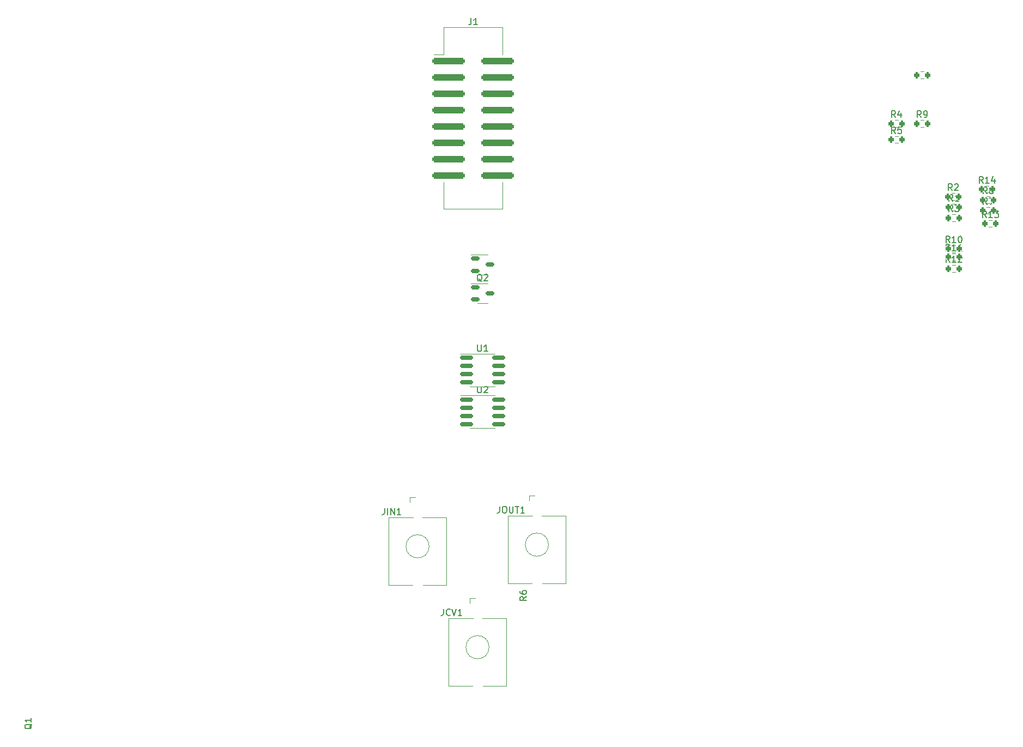
<source format=gbr>
%TF.GenerationSoftware,KiCad,Pcbnew,7.0.1*%
%TF.CreationDate,2023-04-03T10:55:15-07:00*%
%TF.ProjectId,transistor_vca,7472616e-7369-4737-946f-725f7663612e,rev?*%
%TF.SameCoordinates,Original*%
%TF.FileFunction,Legend,Top*%
%TF.FilePolarity,Positive*%
%FSLAX46Y46*%
G04 Gerber Fmt 4.6, Leading zero omitted, Abs format (unit mm)*
G04 Created by KiCad (PCBNEW 7.0.1) date 2023-04-03 10:55:15*
%MOMM*%
%LPD*%
G01*
G04 APERTURE LIST*
G04 Aperture macros list*
%AMRoundRect*
0 Rectangle with rounded corners*
0 $1 Rounding radius*
0 $2 $3 $4 $5 $6 $7 $8 $9 X,Y pos of 4 corners*
0 Add a 4 corners polygon primitive as box body*
4,1,4,$2,$3,$4,$5,$6,$7,$8,$9,$2,$3,0*
0 Add four circle primitives for the rounded corners*
1,1,$1+$1,$2,$3*
1,1,$1+$1,$4,$5*
1,1,$1+$1,$6,$7*
1,1,$1+$1,$8,$9*
0 Add four rect primitives between the rounded corners*
20,1,$1+$1,$2,$3,$4,$5,0*
20,1,$1+$1,$4,$5,$6,$7,0*
20,1,$1+$1,$6,$7,$8,$9,0*
20,1,$1+$1,$8,$9,$2,$3,0*%
G04 Aperture macros list end*
%ADD10C,0.150000*%
%ADD11C,0.120000*%
%ADD12RoundRect,0.200000X-0.200000X-0.275000X0.200000X-0.275000X0.200000X0.275000X-0.200000X0.275000X0*%
%ADD13R,1.930000X1.830000*%
%ADD14C,2.130000*%
%ADD15RoundRect,0.150000X-0.825000X-0.150000X0.825000X-0.150000X0.825000X0.150000X-0.825000X0.150000X0*%
%ADD16RoundRect,0.150000X-0.512500X-0.150000X0.512500X-0.150000X0.512500X0.150000X-0.512500X0.150000X0*%
%ADD17RoundRect,0.255000X-2.245000X-0.255000X2.245000X-0.255000X2.245000X0.255000X-2.245000X0.255000X0*%
G04 APERTURE END LIST*
D10*
%TO.C,R14*%
X114001144Y-57071619D02*
X113667811Y-56595428D01*
X113429716Y-57071619D02*
X113429716Y-56071619D01*
X113429716Y-56071619D02*
X113810668Y-56071619D01*
X113810668Y-56071619D02*
X113905906Y-56119238D01*
X113905906Y-56119238D02*
X113953525Y-56166857D01*
X113953525Y-56166857D02*
X114001144Y-56262095D01*
X114001144Y-56262095D02*
X114001144Y-56404952D01*
X114001144Y-56404952D02*
X113953525Y-56500190D01*
X113953525Y-56500190D02*
X113905906Y-56547809D01*
X113905906Y-56547809D02*
X113810668Y-56595428D01*
X113810668Y-56595428D02*
X113429716Y-56595428D01*
X114953525Y-57071619D02*
X114382097Y-57071619D01*
X114667811Y-57071619D02*
X114667811Y-56071619D01*
X114667811Y-56071619D02*
X114572573Y-56214476D01*
X114572573Y-56214476D02*
X114477335Y-56309714D01*
X114477335Y-56309714D02*
X114382097Y-56357333D01*
X115810668Y-56404952D02*
X115810668Y-57071619D01*
X115572573Y-56024000D02*
X115334478Y-56738285D01*
X115334478Y-56738285D02*
X115953525Y-56738285D01*
%TO.C,R4*%
X100395833Y-46862619D02*
X100062500Y-46386428D01*
X99824405Y-46862619D02*
X99824405Y-45862619D01*
X99824405Y-45862619D02*
X100205357Y-45862619D01*
X100205357Y-45862619D02*
X100300595Y-45910238D01*
X100300595Y-45910238D02*
X100348214Y-45957857D01*
X100348214Y-45957857D02*
X100395833Y-46053095D01*
X100395833Y-46053095D02*
X100395833Y-46195952D01*
X100395833Y-46195952D02*
X100348214Y-46291190D01*
X100348214Y-46291190D02*
X100300595Y-46338809D01*
X100300595Y-46338809D02*
X100205357Y-46386428D01*
X100205357Y-46386428D02*
X99824405Y-46386428D01*
X101252976Y-46195952D02*
X101252976Y-46862619D01*
X101014881Y-45815000D02*
X100776786Y-46529285D01*
X100776786Y-46529285D02*
X101395833Y-46529285D01*
%TO.C,JCV1*%
X30181266Y-123206410D02*
X30181266Y-123920695D01*
X30181266Y-123920695D02*
X30133647Y-124063552D01*
X30133647Y-124063552D02*
X30038409Y-124158791D01*
X30038409Y-124158791D02*
X29895552Y-124206410D01*
X29895552Y-124206410D02*
X29800314Y-124206410D01*
X31228885Y-124111171D02*
X31181266Y-124158791D01*
X31181266Y-124158791D02*
X31038409Y-124206410D01*
X31038409Y-124206410D02*
X30943171Y-124206410D01*
X30943171Y-124206410D02*
X30800314Y-124158791D01*
X30800314Y-124158791D02*
X30705076Y-124063552D01*
X30705076Y-124063552D02*
X30657457Y-123968314D01*
X30657457Y-123968314D02*
X30609838Y-123777838D01*
X30609838Y-123777838D02*
X30609838Y-123634981D01*
X30609838Y-123634981D02*
X30657457Y-123444505D01*
X30657457Y-123444505D02*
X30705076Y-123349267D01*
X30705076Y-123349267D02*
X30800314Y-123254029D01*
X30800314Y-123254029D02*
X30943171Y-123206410D01*
X30943171Y-123206410D02*
X31038409Y-123206410D01*
X31038409Y-123206410D02*
X31181266Y-123254029D01*
X31181266Y-123254029D02*
X31228885Y-123301648D01*
X31514600Y-123206410D02*
X31847933Y-124206410D01*
X31847933Y-124206410D02*
X32181266Y-123206410D01*
X33038409Y-124206410D02*
X32466981Y-124206410D01*
X32752695Y-124206410D02*
X32752695Y-123206410D01*
X32752695Y-123206410D02*
X32657457Y-123349267D01*
X32657457Y-123349267D02*
X32562219Y-123444505D01*
X32562219Y-123444505D02*
X32466981Y-123492124D01*
%TO.C,JOUT1*%
X38912095Y-107284619D02*
X38912095Y-107998904D01*
X38912095Y-107998904D02*
X38864476Y-108141761D01*
X38864476Y-108141761D02*
X38769238Y-108237000D01*
X38769238Y-108237000D02*
X38626381Y-108284619D01*
X38626381Y-108284619D02*
X38531143Y-108284619D01*
X39578762Y-107284619D02*
X39769238Y-107284619D01*
X39769238Y-107284619D02*
X39864476Y-107332238D01*
X39864476Y-107332238D02*
X39959714Y-107427476D01*
X39959714Y-107427476D02*
X40007333Y-107617952D01*
X40007333Y-107617952D02*
X40007333Y-107951285D01*
X40007333Y-107951285D02*
X39959714Y-108141761D01*
X39959714Y-108141761D02*
X39864476Y-108237000D01*
X39864476Y-108237000D02*
X39769238Y-108284619D01*
X39769238Y-108284619D02*
X39578762Y-108284619D01*
X39578762Y-108284619D02*
X39483524Y-108237000D01*
X39483524Y-108237000D02*
X39388286Y-108141761D01*
X39388286Y-108141761D02*
X39340667Y-107951285D01*
X39340667Y-107951285D02*
X39340667Y-107617952D01*
X39340667Y-107617952D02*
X39388286Y-107427476D01*
X39388286Y-107427476D02*
X39483524Y-107332238D01*
X39483524Y-107332238D02*
X39578762Y-107284619D01*
X40435905Y-107284619D02*
X40435905Y-108094142D01*
X40435905Y-108094142D02*
X40483524Y-108189380D01*
X40483524Y-108189380D02*
X40531143Y-108237000D01*
X40531143Y-108237000D02*
X40626381Y-108284619D01*
X40626381Y-108284619D02*
X40816857Y-108284619D01*
X40816857Y-108284619D02*
X40912095Y-108237000D01*
X40912095Y-108237000D02*
X40959714Y-108189380D01*
X40959714Y-108189380D02*
X41007333Y-108094142D01*
X41007333Y-108094142D02*
X41007333Y-107284619D01*
X41340667Y-107284619D02*
X41912095Y-107284619D01*
X41626381Y-108284619D02*
X41626381Y-107284619D01*
X42769238Y-108284619D02*
X42197810Y-108284619D01*
X42483524Y-108284619D02*
X42483524Y-107284619D01*
X42483524Y-107284619D02*
X42388286Y-107427476D01*
X42388286Y-107427476D02*
X42293048Y-107522714D01*
X42293048Y-107522714D02*
X42197810Y-107570333D01*
%TO.C,U2*%
X35495095Y-88645619D02*
X35495095Y-89455142D01*
X35495095Y-89455142D02*
X35542714Y-89550380D01*
X35542714Y-89550380D02*
X35590333Y-89598000D01*
X35590333Y-89598000D02*
X35685571Y-89645619D01*
X35685571Y-89645619D02*
X35876047Y-89645619D01*
X35876047Y-89645619D02*
X35971285Y-89598000D01*
X35971285Y-89598000D02*
X36018904Y-89550380D01*
X36018904Y-89550380D02*
X36066523Y-89455142D01*
X36066523Y-89455142D02*
X36066523Y-88645619D01*
X36495095Y-88740857D02*
X36542714Y-88693238D01*
X36542714Y-88693238D02*
X36637952Y-88645619D01*
X36637952Y-88645619D02*
X36876047Y-88645619D01*
X36876047Y-88645619D02*
X36971285Y-88693238D01*
X36971285Y-88693238D02*
X37018904Y-88740857D01*
X37018904Y-88740857D02*
X37066523Y-88836095D01*
X37066523Y-88836095D02*
X37066523Y-88931333D01*
X37066523Y-88931333D02*
X37018904Y-89074190D01*
X37018904Y-89074190D02*
X36447476Y-89645619D01*
X36447476Y-89645619D02*
X37066523Y-89645619D01*
%TO.C,R5*%
X100395833Y-49372619D02*
X100062500Y-48896428D01*
X99824405Y-49372619D02*
X99824405Y-48372619D01*
X99824405Y-48372619D02*
X100205357Y-48372619D01*
X100205357Y-48372619D02*
X100300595Y-48420238D01*
X100300595Y-48420238D02*
X100348214Y-48467857D01*
X100348214Y-48467857D02*
X100395833Y-48563095D01*
X100395833Y-48563095D02*
X100395833Y-48705952D01*
X100395833Y-48705952D02*
X100348214Y-48801190D01*
X100348214Y-48801190D02*
X100300595Y-48848809D01*
X100300595Y-48848809D02*
X100205357Y-48896428D01*
X100205357Y-48896428D02*
X99824405Y-48896428D01*
X101300595Y-48372619D02*
X100824405Y-48372619D01*
X100824405Y-48372619D02*
X100776786Y-48848809D01*
X100776786Y-48848809D02*
X100824405Y-48801190D01*
X100824405Y-48801190D02*
X100919643Y-48753571D01*
X100919643Y-48753571D02*
X101157738Y-48753571D01*
X101157738Y-48753571D02*
X101252976Y-48801190D01*
X101252976Y-48801190D02*
X101300595Y-48848809D01*
X101300595Y-48848809D02*
X101348214Y-48944047D01*
X101348214Y-48944047D02*
X101348214Y-49182142D01*
X101348214Y-49182142D02*
X101300595Y-49277380D01*
X101300595Y-49277380D02*
X101252976Y-49325000D01*
X101252976Y-49325000D02*
X101157738Y-49372619D01*
X101157738Y-49372619D02*
X100919643Y-49372619D01*
X100919643Y-49372619D02*
X100824405Y-49325000D01*
X100824405Y-49325000D02*
X100776786Y-49277380D01*
%TO.C,R12*%
X108831142Y-69390619D02*
X108497809Y-68914428D01*
X108259714Y-69390619D02*
X108259714Y-68390619D01*
X108259714Y-68390619D02*
X108640666Y-68390619D01*
X108640666Y-68390619D02*
X108735904Y-68438238D01*
X108735904Y-68438238D02*
X108783523Y-68485857D01*
X108783523Y-68485857D02*
X108831142Y-68581095D01*
X108831142Y-68581095D02*
X108831142Y-68723952D01*
X108831142Y-68723952D02*
X108783523Y-68819190D01*
X108783523Y-68819190D02*
X108735904Y-68866809D01*
X108735904Y-68866809D02*
X108640666Y-68914428D01*
X108640666Y-68914428D02*
X108259714Y-68914428D01*
X109783523Y-69390619D02*
X109212095Y-69390619D01*
X109497809Y-69390619D02*
X109497809Y-68390619D01*
X109497809Y-68390619D02*
X109402571Y-68533476D01*
X109402571Y-68533476D02*
X109307333Y-68628714D01*
X109307333Y-68628714D02*
X109212095Y-68676333D01*
X110164476Y-68485857D02*
X110212095Y-68438238D01*
X110212095Y-68438238D02*
X110307333Y-68390619D01*
X110307333Y-68390619D02*
X110545428Y-68390619D01*
X110545428Y-68390619D02*
X110640666Y-68438238D01*
X110640666Y-68438238D02*
X110688285Y-68485857D01*
X110688285Y-68485857D02*
X110735904Y-68581095D01*
X110735904Y-68581095D02*
X110735904Y-68676333D01*
X110735904Y-68676333D02*
X110688285Y-68819190D01*
X110688285Y-68819190D02*
X110116857Y-69390619D01*
X110116857Y-69390619D02*
X110735904Y-69390619D01*
%TO.C,R3*%
X109307333Y-61516619D02*
X108974000Y-61040428D01*
X108735905Y-61516619D02*
X108735905Y-60516619D01*
X108735905Y-60516619D02*
X109116857Y-60516619D01*
X109116857Y-60516619D02*
X109212095Y-60564238D01*
X109212095Y-60564238D02*
X109259714Y-60611857D01*
X109259714Y-60611857D02*
X109307333Y-60707095D01*
X109307333Y-60707095D02*
X109307333Y-60849952D01*
X109307333Y-60849952D02*
X109259714Y-60945190D01*
X109259714Y-60945190D02*
X109212095Y-60992809D01*
X109212095Y-60992809D02*
X109116857Y-61040428D01*
X109116857Y-61040428D02*
X108735905Y-61040428D01*
X109640667Y-60516619D02*
X110259714Y-60516619D01*
X110259714Y-60516619D02*
X109926381Y-60897571D01*
X109926381Y-60897571D02*
X110069238Y-60897571D01*
X110069238Y-60897571D02*
X110164476Y-60945190D01*
X110164476Y-60945190D02*
X110212095Y-60992809D01*
X110212095Y-60992809D02*
X110259714Y-61088047D01*
X110259714Y-61088047D02*
X110259714Y-61326142D01*
X110259714Y-61326142D02*
X110212095Y-61421380D01*
X110212095Y-61421380D02*
X110164476Y-61469000D01*
X110164476Y-61469000D02*
X110069238Y-61516619D01*
X110069238Y-61516619D02*
X109783524Y-61516619D01*
X109783524Y-61516619D02*
X109688286Y-61469000D01*
X109688286Y-61469000D02*
X109640667Y-61421380D01*
%TO.C,R11*%
X108831142Y-67585619D02*
X108497809Y-67109428D01*
X108259714Y-67585619D02*
X108259714Y-66585619D01*
X108259714Y-66585619D02*
X108640666Y-66585619D01*
X108640666Y-66585619D02*
X108735904Y-66633238D01*
X108735904Y-66633238D02*
X108783523Y-66680857D01*
X108783523Y-66680857D02*
X108831142Y-66776095D01*
X108831142Y-66776095D02*
X108831142Y-66918952D01*
X108831142Y-66918952D02*
X108783523Y-67014190D01*
X108783523Y-67014190D02*
X108735904Y-67061809D01*
X108735904Y-67061809D02*
X108640666Y-67109428D01*
X108640666Y-67109428D02*
X108259714Y-67109428D01*
X109783523Y-67585619D02*
X109212095Y-67585619D01*
X109497809Y-67585619D02*
X109497809Y-66585619D01*
X109497809Y-66585619D02*
X109402571Y-66728476D01*
X109402571Y-66728476D02*
X109307333Y-66823714D01*
X109307333Y-66823714D02*
X109212095Y-66871333D01*
X110735904Y-67585619D02*
X110164476Y-67585619D01*
X110450190Y-67585619D02*
X110450190Y-66585619D01*
X110450190Y-66585619D02*
X110354952Y-66728476D01*
X110354952Y-66728476D02*
X110259714Y-66823714D01*
X110259714Y-66823714D02*
X110164476Y-66871333D01*
%TO.C,R7*%
X114641333Y-60373619D02*
X114308000Y-59897428D01*
X114069905Y-60373619D02*
X114069905Y-59373619D01*
X114069905Y-59373619D02*
X114450857Y-59373619D01*
X114450857Y-59373619D02*
X114546095Y-59421238D01*
X114546095Y-59421238D02*
X114593714Y-59468857D01*
X114593714Y-59468857D02*
X114641333Y-59564095D01*
X114641333Y-59564095D02*
X114641333Y-59706952D01*
X114641333Y-59706952D02*
X114593714Y-59802190D01*
X114593714Y-59802190D02*
X114546095Y-59849809D01*
X114546095Y-59849809D02*
X114450857Y-59897428D01*
X114450857Y-59897428D02*
X114069905Y-59897428D01*
X114974667Y-59373619D02*
X115641333Y-59373619D01*
X115641333Y-59373619D02*
X115212762Y-60373619D01*
%TO.C,R1*%
X109307333Y-59865619D02*
X108974000Y-59389428D01*
X108735905Y-59865619D02*
X108735905Y-58865619D01*
X108735905Y-58865619D02*
X109116857Y-58865619D01*
X109116857Y-58865619D02*
X109212095Y-58913238D01*
X109212095Y-58913238D02*
X109259714Y-58960857D01*
X109259714Y-58960857D02*
X109307333Y-59056095D01*
X109307333Y-59056095D02*
X109307333Y-59198952D01*
X109307333Y-59198952D02*
X109259714Y-59294190D01*
X109259714Y-59294190D02*
X109212095Y-59341809D01*
X109212095Y-59341809D02*
X109116857Y-59389428D01*
X109116857Y-59389428D02*
X108735905Y-59389428D01*
X110259714Y-59865619D02*
X109688286Y-59865619D01*
X109974000Y-59865619D02*
X109974000Y-58865619D01*
X109974000Y-58865619D02*
X109878762Y-59008476D01*
X109878762Y-59008476D02*
X109783524Y-59103714D01*
X109783524Y-59103714D02*
X109688286Y-59151333D01*
%TO.C,JIN1*%
X21036762Y-107538619D02*
X21036762Y-108252904D01*
X21036762Y-108252904D02*
X20989143Y-108395761D01*
X20989143Y-108395761D02*
X20893905Y-108491000D01*
X20893905Y-108491000D02*
X20751048Y-108538619D01*
X20751048Y-108538619D02*
X20655810Y-108538619D01*
X21512953Y-108538619D02*
X21512953Y-107538619D01*
X21989143Y-108538619D02*
X21989143Y-107538619D01*
X21989143Y-107538619D02*
X22560571Y-108538619D01*
X22560571Y-108538619D02*
X22560571Y-107538619D01*
X23560571Y-108538619D02*
X22989143Y-108538619D01*
X23274857Y-108538619D02*
X23274857Y-107538619D01*
X23274857Y-107538619D02*
X23179619Y-107681476D01*
X23179619Y-107681476D02*
X23084381Y-107776714D01*
X23084381Y-107776714D02*
X22989143Y-107824333D01*
%TO.C,Q1*%
X-33745642Y-141088238D02*
X-33793261Y-141183476D01*
X-33793261Y-141183476D02*
X-33888500Y-141278714D01*
X-33888500Y-141278714D02*
X-34031357Y-141421571D01*
X-34031357Y-141421571D02*
X-34078976Y-141516809D01*
X-34078976Y-141516809D02*
X-34078976Y-141612047D01*
X-33840880Y-141564428D02*
X-33888500Y-141659666D01*
X-33888500Y-141659666D02*
X-33983738Y-141754904D01*
X-33983738Y-141754904D02*
X-34174214Y-141802523D01*
X-34174214Y-141802523D02*
X-34507547Y-141802523D01*
X-34507547Y-141802523D02*
X-34698023Y-141754904D01*
X-34698023Y-141754904D02*
X-34793261Y-141659666D01*
X-34793261Y-141659666D02*
X-34840880Y-141564428D01*
X-34840880Y-141564428D02*
X-34840880Y-141373952D01*
X-34840880Y-141373952D02*
X-34793261Y-141278714D01*
X-34793261Y-141278714D02*
X-34698023Y-141183476D01*
X-34698023Y-141183476D02*
X-34507547Y-141135857D01*
X-34507547Y-141135857D02*
X-34174214Y-141135857D01*
X-34174214Y-141135857D02*
X-33983738Y-141183476D01*
X-33983738Y-141183476D02*
X-33888500Y-141278714D01*
X-33888500Y-141278714D02*
X-33840880Y-141373952D01*
X-33840880Y-141373952D02*
X-33840880Y-141564428D01*
X-33840880Y-140183476D02*
X-33840880Y-140754904D01*
X-33840880Y-140469190D02*
X-34840880Y-140469190D01*
X-34840880Y-140469190D02*
X-34698023Y-140564428D01*
X-34698023Y-140564428D02*
X-34602785Y-140659666D01*
X-34602785Y-140659666D02*
X-34555166Y-140754904D01*
%TO.C,R8*%
X114641333Y-58722619D02*
X114308000Y-58246428D01*
X114069905Y-58722619D02*
X114069905Y-57722619D01*
X114069905Y-57722619D02*
X114450857Y-57722619D01*
X114450857Y-57722619D02*
X114546095Y-57770238D01*
X114546095Y-57770238D02*
X114593714Y-57817857D01*
X114593714Y-57817857D02*
X114641333Y-57913095D01*
X114641333Y-57913095D02*
X114641333Y-58055952D01*
X114641333Y-58055952D02*
X114593714Y-58151190D01*
X114593714Y-58151190D02*
X114546095Y-58198809D01*
X114546095Y-58198809D02*
X114450857Y-58246428D01*
X114450857Y-58246428D02*
X114069905Y-58246428D01*
X115212762Y-58151190D02*
X115117524Y-58103571D01*
X115117524Y-58103571D02*
X115069905Y-58055952D01*
X115069905Y-58055952D02*
X115022286Y-57960714D01*
X115022286Y-57960714D02*
X115022286Y-57913095D01*
X115022286Y-57913095D02*
X115069905Y-57817857D01*
X115069905Y-57817857D02*
X115117524Y-57770238D01*
X115117524Y-57770238D02*
X115212762Y-57722619D01*
X115212762Y-57722619D02*
X115403238Y-57722619D01*
X115403238Y-57722619D02*
X115498476Y-57770238D01*
X115498476Y-57770238D02*
X115546095Y-57817857D01*
X115546095Y-57817857D02*
X115593714Y-57913095D01*
X115593714Y-57913095D02*
X115593714Y-57960714D01*
X115593714Y-57960714D02*
X115546095Y-58055952D01*
X115546095Y-58055952D02*
X115498476Y-58103571D01*
X115498476Y-58103571D02*
X115403238Y-58151190D01*
X115403238Y-58151190D02*
X115212762Y-58151190D01*
X115212762Y-58151190D02*
X115117524Y-58198809D01*
X115117524Y-58198809D02*
X115069905Y-58246428D01*
X115069905Y-58246428D02*
X115022286Y-58341666D01*
X115022286Y-58341666D02*
X115022286Y-58532142D01*
X115022286Y-58532142D02*
X115069905Y-58627380D01*
X115069905Y-58627380D02*
X115117524Y-58675000D01*
X115117524Y-58675000D02*
X115212762Y-58722619D01*
X115212762Y-58722619D02*
X115403238Y-58722619D01*
X115403238Y-58722619D02*
X115498476Y-58675000D01*
X115498476Y-58675000D02*
X115546095Y-58627380D01*
X115546095Y-58627380D02*
X115593714Y-58532142D01*
X115593714Y-58532142D02*
X115593714Y-58341666D01*
X115593714Y-58341666D02*
X115546095Y-58246428D01*
X115546095Y-58246428D02*
X115498476Y-58198809D01*
X115498476Y-58198809D02*
X115403238Y-58151190D01*
%TO.C,J1*%
X34474666Y-31482619D02*
X34474666Y-32196904D01*
X34474666Y-32196904D02*
X34427047Y-32339761D01*
X34427047Y-32339761D02*
X34331809Y-32435000D01*
X34331809Y-32435000D02*
X34188952Y-32482619D01*
X34188952Y-32482619D02*
X34093714Y-32482619D01*
X35474666Y-32482619D02*
X34903238Y-32482619D01*
X35188952Y-32482619D02*
X35188952Y-31482619D01*
X35188952Y-31482619D02*
X35093714Y-31625476D01*
X35093714Y-31625476D02*
X34998476Y-31720714D01*
X34998476Y-31720714D02*
X34903238Y-31768333D01*
%TO.C,R6*%
X43064619Y-121274666D02*
X42588428Y-121607999D01*
X43064619Y-121846094D02*
X42064619Y-121846094D01*
X42064619Y-121846094D02*
X42064619Y-121465142D01*
X42064619Y-121465142D02*
X42112238Y-121369904D01*
X42112238Y-121369904D02*
X42159857Y-121322285D01*
X42159857Y-121322285D02*
X42255095Y-121274666D01*
X42255095Y-121274666D02*
X42397952Y-121274666D01*
X42397952Y-121274666D02*
X42493190Y-121322285D01*
X42493190Y-121322285D02*
X42540809Y-121369904D01*
X42540809Y-121369904D02*
X42588428Y-121465142D01*
X42588428Y-121465142D02*
X42588428Y-121846094D01*
X42064619Y-120417523D02*
X42064619Y-120607999D01*
X42064619Y-120607999D02*
X42112238Y-120703237D01*
X42112238Y-120703237D02*
X42159857Y-120750856D01*
X42159857Y-120750856D02*
X42302714Y-120846094D01*
X42302714Y-120846094D02*
X42493190Y-120893713D01*
X42493190Y-120893713D02*
X42874142Y-120893713D01*
X42874142Y-120893713D02*
X42969380Y-120846094D01*
X42969380Y-120846094D02*
X43017000Y-120798475D01*
X43017000Y-120798475D02*
X43064619Y-120703237D01*
X43064619Y-120703237D02*
X43064619Y-120512761D01*
X43064619Y-120512761D02*
X43017000Y-120417523D01*
X43017000Y-120417523D02*
X42969380Y-120369904D01*
X42969380Y-120369904D02*
X42874142Y-120322285D01*
X42874142Y-120322285D02*
X42636047Y-120322285D01*
X42636047Y-120322285D02*
X42540809Y-120369904D01*
X42540809Y-120369904D02*
X42493190Y-120417523D01*
X42493190Y-120417523D02*
X42445571Y-120512761D01*
X42445571Y-120512761D02*
X42445571Y-120703237D01*
X42445571Y-120703237D02*
X42493190Y-120798475D01*
X42493190Y-120798475D02*
X42540809Y-120846094D01*
X42540809Y-120846094D02*
X42636047Y-120893713D01*
%TO.C,Q2*%
X36161761Y-72352857D02*
X36066523Y-72305238D01*
X36066523Y-72305238D02*
X35971285Y-72210000D01*
X35971285Y-72210000D02*
X35828428Y-72067142D01*
X35828428Y-72067142D02*
X35733190Y-72019523D01*
X35733190Y-72019523D02*
X35637952Y-72019523D01*
X35685571Y-72257619D02*
X35590333Y-72210000D01*
X35590333Y-72210000D02*
X35495095Y-72114761D01*
X35495095Y-72114761D02*
X35447476Y-71924285D01*
X35447476Y-71924285D02*
X35447476Y-71590952D01*
X35447476Y-71590952D02*
X35495095Y-71400476D01*
X35495095Y-71400476D02*
X35590333Y-71305238D01*
X35590333Y-71305238D02*
X35685571Y-71257619D01*
X35685571Y-71257619D02*
X35876047Y-71257619D01*
X35876047Y-71257619D02*
X35971285Y-71305238D01*
X35971285Y-71305238D02*
X36066523Y-71400476D01*
X36066523Y-71400476D02*
X36114142Y-71590952D01*
X36114142Y-71590952D02*
X36114142Y-71924285D01*
X36114142Y-71924285D02*
X36066523Y-72114761D01*
X36066523Y-72114761D02*
X35971285Y-72210000D01*
X35971285Y-72210000D02*
X35876047Y-72257619D01*
X35876047Y-72257619D02*
X35685571Y-72257619D01*
X36495095Y-71352857D02*
X36542714Y-71305238D01*
X36542714Y-71305238D02*
X36637952Y-71257619D01*
X36637952Y-71257619D02*
X36876047Y-71257619D01*
X36876047Y-71257619D02*
X36971285Y-71305238D01*
X36971285Y-71305238D02*
X37018904Y-71352857D01*
X37018904Y-71352857D02*
X37066523Y-71448095D01*
X37066523Y-71448095D02*
X37066523Y-71543333D01*
X37066523Y-71543333D02*
X37018904Y-71686190D01*
X37018904Y-71686190D02*
X36447476Y-72257619D01*
X36447476Y-72257619D02*
X37066523Y-72257619D01*
%TO.C,U1*%
X35495095Y-82195619D02*
X35495095Y-83005142D01*
X35495095Y-83005142D02*
X35542714Y-83100380D01*
X35542714Y-83100380D02*
X35590333Y-83148000D01*
X35590333Y-83148000D02*
X35685571Y-83195619D01*
X35685571Y-83195619D02*
X35876047Y-83195619D01*
X35876047Y-83195619D02*
X35971285Y-83148000D01*
X35971285Y-83148000D02*
X36018904Y-83100380D01*
X36018904Y-83100380D02*
X36066523Y-83005142D01*
X36066523Y-83005142D02*
X36066523Y-82195619D01*
X37066523Y-83195619D02*
X36495095Y-83195619D01*
X36780809Y-83195619D02*
X36780809Y-82195619D01*
X36780809Y-82195619D02*
X36685571Y-82338476D01*
X36685571Y-82338476D02*
X36590333Y-82433714D01*
X36590333Y-82433714D02*
X36495095Y-82481333D01*
%TO.C,R10*%
X108831142Y-66315619D02*
X108497809Y-65839428D01*
X108259714Y-66315619D02*
X108259714Y-65315619D01*
X108259714Y-65315619D02*
X108640666Y-65315619D01*
X108640666Y-65315619D02*
X108735904Y-65363238D01*
X108735904Y-65363238D02*
X108783523Y-65410857D01*
X108783523Y-65410857D02*
X108831142Y-65506095D01*
X108831142Y-65506095D02*
X108831142Y-65648952D01*
X108831142Y-65648952D02*
X108783523Y-65744190D01*
X108783523Y-65744190D02*
X108735904Y-65791809D01*
X108735904Y-65791809D02*
X108640666Y-65839428D01*
X108640666Y-65839428D02*
X108259714Y-65839428D01*
X109783523Y-66315619D02*
X109212095Y-66315619D01*
X109497809Y-66315619D02*
X109497809Y-65315619D01*
X109497809Y-65315619D02*
X109402571Y-65458476D01*
X109402571Y-65458476D02*
X109307333Y-65553714D01*
X109307333Y-65553714D02*
X109212095Y-65601333D01*
X110402571Y-65315619D02*
X110497809Y-65315619D01*
X110497809Y-65315619D02*
X110593047Y-65363238D01*
X110593047Y-65363238D02*
X110640666Y-65410857D01*
X110640666Y-65410857D02*
X110688285Y-65506095D01*
X110688285Y-65506095D02*
X110735904Y-65696571D01*
X110735904Y-65696571D02*
X110735904Y-65934666D01*
X110735904Y-65934666D02*
X110688285Y-66125142D01*
X110688285Y-66125142D02*
X110640666Y-66220380D01*
X110640666Y-66220380D02*
X110593047Y-66268000D01*
X110593047Y-66268000D02*
X110497809Y-66315619D01*
X110497809Y-66315619D02*
X110402571Y-66315619D01*
X110402571Y-66315619D02*
X110307333Y-66268000D01*
X110307333Y-66268000D02*
X110259714Y-66220380D01*
X110259714Y-66220380D02*
X110212095Y-66125142D01*
X110212095Y-66125142D02*
X110164476Y-65934666D01*
X110164476Y-65934666D02*
X110164476Y-65696571D01*
X110164476Y-65696571D02*
X110212095Y-65506095D01*
X110212095Y-65506095D02*
X110259714Y-65410857D01*
X110259714Y-65410857D02*
X110307333Y-65363238D01*
X110307333Y-65363238D02*
X110402571Y-65315619D01*
%TO.C,R2*%
X109217331Y-58214619D02*
X108883998Y-57738428D01*
X108645903Y-58214619D02*
X108645903Y-57214619D01*
X108645903Y-57214619D02*
X109026855Y-57214619D01*
X109026855Y-57214619D02*
X109122093Y-57262238D01*
X109122093Y-57262238D02*
X109169712Y-57309857D01*
X109169712Y-57309857D02*
X109217331Y-57405095D01*
X109217331Y-57405095D02*
X109217331Y-57547952D01*
X109217331Y-57547952D02*
X109169712Y-57643190D01*
X109169712Y-57643190D02*
X109122093Y-57690809D01*
X109122093Y-57690809D02*
X109026855Y-57738428D01*
X109026855Y-57738428D02*
X108645903Y-57738428D01*
X109598284Y-57309857D02*
X109645903Y-57262238D01*
X109645903Y-57262238D02*
X109741141Y-57214619D01*
X109741141Y-57214619D02*
X109979236Y-57214619D01*
X109979236Y-57214619D02*
X110074474Y-57262238D01*
X110074474Y-57262238D02*
X110122093Y-57309857D01*
X110122093Y-57309857D02*
X110169712Y-57405095D01*
X110169712Y-57405095D02*
X110169712Y-57500333D01*
X110169712Y-57500333D02*
X110122093Y-57643190D01*
X110122093Y-57643190D02*
X109550665Y-58214619D01*
X109550665Y-58214619D02*
X110169712Y-58214619D01*
%TO.C,R13*%
X114509144Y-62405619D02*
X114175811Y-61929428D01*
X113937716Y-62405619D02*
X113937716Y-61405619D01*
X113937716Y-61405619D02*
X114318668Y-61405619D01*
X114318668Y-61405619D02*
X114413906Y-61453238D01*
X114413906Y-61453238D02*
X114461525Y-61500857D01*
X114461525Y-61500857D02*
X114509144Y-61596095D01*
X114509144Y-61596095D02*
X114509144Y-61738952D01*
X114509144Y-61738952D02*
X114461525Y-61834190D01*
X114461525Y-61834190D02*
X114413906Y-61881809D01*
X114413906Y-61881809D02*
X114318668Y-61929428D01*
X114318668Y-61929428D02*
X113937716Y-61929428D01*
X115461525Y-62405619D02*
X114890097Y-62405619D01*
X115175811Y-62405619D02*
X115175811Y-61405619D01*
X115175811Y-61405619D02*
X115080573Y-61548476D01*
X115080573Y-61548476D02*
X114985335Y-61643714D01*
X114985335Y-61643714D02*
X114890097Y-61691333D01*
X115794859Y-61405619D02*
X116413906Y-61405619D01*
X116413906Y-61405619D02*
X116080573Y-61786571D01*
X116080573Y-61786571D02*
X116223430Y-61786571D01*
X116223430Y-61786571D02*
X116318668Y-61834190D01*
X116318668Y-61834190D02*
X116366287Y-61881809D01*
X116366287Y-61881809D02*
X116413906Y-61977047D01*
X116413906Y-61977047D02*
X116413906Y-62215142D01*
X116413906Y-62215142D02*
X116366287Y-62310380D01*
X116366287Y-62310380D02*
X116318668Y-62358000D01*
X116318668Y-62358000D02*
X116223430Y-62405619D01*
X116223430Y-62405619D02*
X115937716Y-62405619D01*
X115937716Y-62405619D02*
X115842478Y-62358000D01*
X115842478Y-62358000D02*
X115794859Y-62310380D01*
%TO.C,R9*%
X104405833Y-46862619D02*
X104072500Y-46386428D01*
X103834405Y-46862619D02*
X103834405Y-45862619D01*
X103834405Y-45862619D02*
X104215357Y-45862619D01*
X104215357Y-45862619D02*
X104310595Y-45910238D01*
X104310595Y-45910238D02*
X104358214Y-45957857D01*
X104358214Y-45957857D02*
X104405833Y-46053095D01*
X104405833Y-46053095D02*
X104405833Y-46195952D01*
X104405833Y-46195952D02*
X104358214Y-46291190D01*
X104358214Y-46291190D02*
X104310595Y-46338809D01*
X104310595Y-46338809D02*
X104215357Y-46386428D01*
X104215357Y-46386428D02*
X103834405Y-46386428D01*
X104882024Y-46862619D02*
X105072500Y-46862619D01*
X105072500Y-46862619D02*
X105167738Y-46815000D01*
X105167738Y-46815000D02*
X105215357Y-46767380D01*
X105215357Y-46767380D02*
X105310595Y-46624523D01*
X105310595Y-46624523D02*
X105358214Y-46434047D01*
X105358214Y-46434047D02*
X105358214Y-46053095D01*
X105358214Y-46053095D02*
X105310595Y-45957857D01*
X105310595Y-45957857D02*
X105262976Y-45910238D01*
X105262976Y-45910238D02*
X105167738Y-45862619D01*
X105167738Y-45862619D02*
X104977262Y-45862619D01*
X104977262Y-45862619D02*
X104882024Y-45910238D01*
X104882024Y-45910238D02*
X104834405Y-45957857D01*
X104834405Y-45957857D02*
X104786786Y-46053095D01*
X104786786Y-46053095D02*
X104786786Y-46291190D01*
X104786786Y-46291190D02*
X104834405Y-46386428D01*
X104834405Y-46386428D02*
X104882024Y-46434047D01*
X104882024Y-46434047D02*
X104977262Y-46481666D01*
X104977262Y-46481666D02*
X105167738Y-46481666D01*
X105167738Y-46481666D02*
X105262976Y-46434047D01*
X105262976Y-46434047D02*
X105310595Y-46386428D01*
X105310595Y-46386428D02*
X105358214Y-46291190D01*
D11*
%TO.C,R14*%
X114406744Y-57516500D02*
X114881260Y-57516500D01*
X114406744Y-58561500D02*
X114881260Y-58561500D01*
%TO.C,R4*%
X100325242Y-47307500D02*
X100799758Y-47307500D01*
X100325242Y-48352500D02*
X100799758Y-48352500D01*
%TO.C,JCV1*%
X30973171Y-124643791D02*
X30973171Y-135143791D01*
X34243171Y-121493791D02*
X34243171Y-122293791D01*
X34243171Y-121493791D02*
X35103171Y-121493791D01*
X34673171Y-135143791D02*
X30973171Y-135143791D01*
X34753171Y-124643791D02*
X30973171Y-124643791D01*
X39973171Y-124643791D02*
X36193171Y-124643791D01*
X39973171Y-124643791D02*
X39973171Y-135143791D01*
X39973171Y-135143791D02*
X36273171Y-135143791D01*
X37273171Y-129143791D02*
G75*
G03*
X37273171Y-129143791I-1800000J0D01*
G01*
%TO.C,JOUT1*%
X40204000Y-108722000D02*
X40204000Y-119222000D01*
X43474000Y-105572000D02*
X43474000Y-106372000D01*
X43474000Y-105572000D02*
X44334000Y-105572000D01*
X43904000Y-119222000D02*
X40204000Y-119222000D01*
X43984000Y-108722000D02*
X40204000Y-108722000D01*
X49204000Y-108722000D02*
X45424000Y-108722000D01*
X49204000Y-108722000D02*
X49204000Y-119222000D01*
X49204000Y-119222000D02*
X45504000Y-119222000D01*
X46504000Y-113222000D02*
G75*
G03*
X46504000Y-113222000I-1800000J0D01*
G01*
%TO.C,U2*%
X36257000Y-90023000D02*
X32807000Y-90023000D01*
X36257000Y-90023000D02*
X38207000Y-90023000D01*
X36257000Y-95143000D02*
X34307000Y-95143000D01*
X36257000Y-95143000D02*
X38207000Y-95143000D01*
%TO.C,R5*%
X100325242Y-49817500D02*
X100799758Y-49817500D01*
X100325242Y-50862500D02*
X100799758Y-50862500D01*
%TO.C,R12*%
X109236742Y-69835500D02*
X109711258Y-69835500D01*
X109236742Y-70880500D02*
X109711258Y-70880500D01*
%TO.C,R3*%
X109236742Y-61961500D02*
X109711258Y-61961500D01*
X109236742Y-63006500D02*
X109711258Y-63006500D01*
%TO.C,R11*%
X109236742Y-68030500D02*
X109711258Y-68030500D01*
X109236742Y-69075500D02*
X109711258Y-69075500D01*
%TO.C,R7*%
X114570742Y-60818500D02*
X115045258Y-60818500D01*
X114570742Y-61863500D02*
X115045258Y-61863500D01*
%TO.C,R1*%
X109236742Y-60310500D02*
X109711258Y-60310500D01*
X109236742Y-61355500D02*
X109711258Y-61355500D01*
%TO.C,JIN1*%
X21662000Y-108976000D02*
X21662000Y-119476000D01*
X24932000Y-105826000D02*
X24932000Y-106626000D01*
X24932000Y-105826000D02*
X25792000Y-105826000D01*
X25362000Y-119476000D02*
X21662000Y-119476000D01*
X25442000Y-108976000D02*
X21662000Y-108976000D01*
X30662000Y-108976000D02*
X26882000Y-108976000D01*
X30662000Y-108976000D02*
X30662000Y-119476000D01*
X30662000Y-119476000D02*
X26962000Y-119476000D01*
X27962000Y-113476000D02*
G75*
G03*
X27962000Y-113476000I-1800000J0D01*
G01*
%TO.C,Q1*%
X36257000Y-68185000D02*
X34457000Y-68185000D01*
X36257000Y-68185000D02*
X37057000Y-68185000D01*
X36257000Y-71305000D02*
X35457000Y-71305000D01*
X36257000Y-71305000D02*
X37057000Y-71305000D01*
%TO.C,R8*%
X114570742Y-59167500D02*
X115045258Y-59167500D01*
X114570742Y-60212500D02*
X115045258Y-60212500D01*
%TO.C,J1*%
X30223000Y-32910000D02*
X39393000Y-32910000D01*
X30223000Y-37090000D02*
X28723000Y-37090000D01*
X30223000Y-37090000D02*
X30223000Y-32910000D01*
X30223000Y-56890000D02*
X30223000Y-61070000D01*
X30223000Y-61070000D02*
X39393000Y-61070000D01*
X39393000Y-32910000D02*
X39393000Y-37090000D01*
X39393000Y-61070000D02*
X39393000Y-56890000D01*
%TO.C,R6*%
X104335242Y-39777500D02*
X104809758Y-39777500D01*
X104335242Y-40822500D02*
X104809758Y-40822500D01*
%TO.C,Q2*%
X36257000Y-72635000D02*
X34457000Y-72635000D01*
X36257000Y-72635000D02*
X37057000Y-72635000D01*
X36257000Y-75755000D02*
X35457000Y-75755000D01*
X36257000Y-75755000D02*
X37057000Y-75755000D01*
%TO.C,U1*%
X36257000Y-83573000D02*
X32807000Y-83573000D01*
X36257000Y-83573000D02*
X38207000Y-83573000D01*
X36257000Y-88693000D02*
X34307000Y-88693000D01*
X36257000Y-88693000D02*
X38207000Y-88693000D01*
%TO.C,R10*%
X109236742Y-66760500D02*
X109711258Y-66760500D01*
X109236742Y-67805500D02*
X109711258Y-67805500D01*
%TO.C,R2*%
X109146740Y-58659500D02*
X109621256Y-58659500D01*
X109146740Y-59704500D02*
X109621256Y-59704500D01*
%TO.C,R13*%
X114914744Y-62850500D02*
X115389260Y-62850500D01*
X114914744Y-63895500D02*
X115389260Y-63895500D01*
%TO.C,R9*%
X104335242Y-47307500D02*
X104809758Y-47307500D01*
X104335242Y-48352500D02*
X104809758Y-48352500D01*
%TD*%
%LPC*%
D12*
%TO.C,R14*%
X113819002Y-58039000D03*
X115469002Y-58039000D03*
%TD*%
%TO.C,R4*%
X99737500Y-47830000D03*
X101387500Y-47830000D03*
%TD*%
D13*
%TO.C,JCV1*%
X35473171Y-122663791D03*
D14*
X35473171Y-134063791D03*
X35473171Y-125763791D03*
%TD*%
D13*
%TO.C,JOUT1*%
X44704000Y-106742000D03*
D14*
X44704000Y-118142000D03*
X44704000Y-109842000D03*
%TD*%
D15*
%TO.C,U2*%
X33782000Y-90678000D03*
X33782000Y-91948000D03*
X33782000Y-93218000D03*
X33782000Y-94488000D03*
X38732000Y-94488000D03*
X38732000Y-93218000D03*
X38732000Y-91948000D03*
X38732000Y-90678000D03*
%TD*%
D12*
%TO.C,R5*%
X99737500Y-50340000D03*
X101387500Y-50340000D03*
%TD*%
%TO.C,R12*%
X108649000Y-70358000D03*
X110299000Y-70358000D03*
%TD*%
%TO.C,R3*%
X108649000Y-62484000D03*
X110299000Y-62484000D03*
%TD*%
%TO.C,R11*%
X108649000Y-68553000D03*
X110299000Y-68553000D03*
%TD*%
%TO.C,R7*%
X113983000Y-61341000D03*
X115633000Y-61341000D03*
%TD*%
%TO.C,R1*%
X108649000Y-60833000D03*
X110299000Y-60833000D03*
%TD*%
D13*
%TO.C,JIN1*%
X26162000Y-106996000D03*
D14*
X26162000Y-118396000D03*
X26162000Y-110096000D03*
%TD*%
D16*
%TO.C,Q1*%
X35119500Y-68795000D03*
X35119500Y-70695000D03*
X37394500Y-69745000D03*
%TD*%
D12*
%TO.C,R8*%
X113983000Y-59690000D03*
X115633000Y-59690000D03*
%TD*%
D17*
%TO.C,J1*%
X31008000Y-38100000D03*
X38608000Y-38100000D03*
X31008000Y-40640000D03*
X38608000Y-40640000D03*
X31008000Y-43180000D03*
X38608000Y-43180000D03*
X31008000Y-45720000D03*
X38608000Y-45720000D03*
X31008000Y-48260000D03*
X38608000Y-48260000D03*
X31008000Y-50800000D03*
X38608000Y-50800000D03*
X31008000Y-53340000D03*
X38608000Y-53340000D03*
X31008000Y-55880000D03*
X38608000Y-55880000D03*
%TD*%
D12*
%TO.C,R6*%
X103747500Y-40300000D03*
X105397500Y-40300000D03*
%TD*%
D16*
%TO.C,Q2*%
X35119500Y-73245000D03*
X35119500Y-75145000D03*
X37394500Y-74195000D03*
%TD*%
D15*
%TO.C,U1*%
X33782000Y-84228000D03*
X33782000Y-85498000D03*
X33782000Y-86768000D03*
X33782000Y-88038000D03*
X38732000Y-88038000D03*
X38732000Y-86768000D03*
X38732000Y-85498000D03*
X38732000Y-84228000D03*
%TD*%
D12*
%TO.C,R10*%
X108649000Y-67283000D03*
X110299000Y-67283000D03*
%TD*%
%TO.C,R2*%
X108558998Y-59182000D03*
X110208998Y-59182000D03*
%TD*%
%TO.C,R13*%
X114327002Y-63373000D03*
X115977002Y-63373000D03*
%TD*%
%TO.C,R9*%
X103747500Y-47830000D03*
X105397500Y-47830000D03*
%TD*%
M02*

</source>
